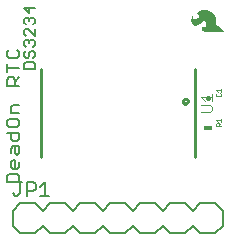
<source format=gbr>
G04 EAGLE Gerber RS-274X export*
G75*
%MOMM*%
%FSLAX34Y34*%
%LPD*%
%INSilkscreen Top*%
%IPPOS*%
%AMOC8*
5,1,8,0,0,1.08239X$1,22.5*%
G01*
%ADD10C,0.203200*%
%ADD11C,0.152400*%
%ADD12R,0.711200X0.406400*%
%ADD13C,0.025400*%
%ADD14C,0.406400*%
%ADD15C,0.254000*%
%ADD16C,0.076200*%
%ADD17C,0.127000*%

G36*
X191750Y170057D02*
X191750Y170057D01*
X191754Y170055D01*
X191794Y170076D01*
X191836Y170093D01*
X191838Y170098D01*
X191842Y170100D01*
X191855Y170143D01*
X191871Y170185D01*
X191869Y170190D01*
X191871Y170194D01*
X191835Y170264D01*
X191830Y170274D01*
X191829Y170275D01*
X186347Y175147D01*
X185565Y176001D01*
X184976Y176991D01*
X184849Y177342D01*
X184784Y177710D01*
X184784Y179985D01*
X184782Y179990D01*
X184784Y179996D01*
X184660Y181360D01*
X184654Y181370D01*
X184656Y181382D01*
X184288Y182701D01*
X184280Y182709D01*
X184279Y182722D01*
X183679Y183952D01*
X183672Y183959D01*
X183669Y183970D01*
X182852Y185127D01*
X182844Y185132D01*
X182841Y185141D01*
X181869Y186172D01*
X181861Y186176D01*
X181858Y186182D01*
X181857Y186183D01*
X181856Y186184D01*
X180749Y187069D01*
X180739Y187071D01*
X180732Y187080D01*
X179051Y188027D01*
X179040Y188028D01*
X179030Y188036D01*
X177206Y188664D01*
X177195Y188663D01*
X177184Y188670D01*
X175277Y188958D01*
X175266Y188955D01*
X175254Y188960D01*
X173326Y188899D01*
X173317Y188895D01*
X173305Y188897D01*
X172266Y188690D01*
X172258Y188685D01*
X172248Y188685D01*
X171250Y188327D01*
X171243Y188321D01*
X171232Y188320D01*
X170298Y187818D01*
X170291Y187809D01*
X170279Y187806D01*
X169142Y186899D01*
X169136Y186888D01*
X169123Y186881D01*
X168202Y185755D01*
X168190Y185712D01*
X168174Y185671D01*
X168176Y185666D01*
X168175Y185660D01*
X168197Y185622D01*
X168215Y185582D01*
X168221Y185579D01*
X168223Y185575D01*
X168252Y185567D01*
X168300Y185549D01*
X169180Y185549D01*
X169301Y185533D01*
X169403Y185489D01*
X169743Y185215D01*
X169991Y184854D01*
X170056Y184680D01*
X170114Y184142D01*
X170016Y183612D01*
X169767Y183124D01*
X169116Y182222D01*
X168762Y181810D01*
X168352Y181459D01*
X167894Y181176D01*
X167400Y180970D01*
X167100Y180911D01*
X166797Y180923D01*
X166278Y181080D01*
X165818Y181366D01*
X165448Y181761D01*
X165193Y182242D01*
X165055Y182732D01*
X164997Y183243D01*
X164997Y183846D01*
X164997Y183847D01*
X164988Y183869D01*
X164959Y183937D01*
X164867Y183972D01*
X164857Y183968D01*
X164782Y183934D01*
X164779Y183932D01*
X164778Y183931D01*
X164777Y183930D01*
X164757Y183909D01*
X164755Y183905D01*
X164752Y183904D01*
X164751Y183900D01*
X164746Y183898D01*
X164408Y183463D01*
X164404Y183448D01*
X164392Y183436D01*
X164171Y182932D01*
X164171Y182931D01*
X164019Y182575D01*
X163918Y182347D01*
X163918Y182337D01*
X163911Y182327D01*
X163691Y181449D01*
X163693Y181440D01*
X163688Y181430D01*
X163602Y180530D01*
X163606Y180520D01*
X163602Y180508D01*
X163668Y179640D01*
X163674Y179629D01*
X163673Y179616D01*
X163904Y178776D01*
X163912Y178766D01*
X163913Y178753D01*
X164301Y177973D01*
X164309Y177966D01*
X164312Y177955D01*
X164872Y177178D01*
X164879Y177174D01*
X164883Y177165D01*
X165541Y176469D01*
X165552Y176464D01*
X165560Y176453D01*
X166163Y176022D01*
X166178Y176019D01*
X166191Y176007D01*
X166883Y175740D01*
X166899Y175740D01*
X166914Y175732D01*
X167651Y175645D01*
X167666Y175650D01*
X167683Y175646D01*
X168418Y175745D01*
X168431Y175753D01*
X168448Y175753D01*
X169136Y176033D01*
X169145Y176042D01*
X169159Y176045D01*
X170917Y177232D01*
X170923Y177240D01*
X170933Y177244D01*
X172474Y178697D01*
X172909Y179067D01*
X173412Y179307D01*
X173960Y179409D01*
X174516Y179366D01*
X175041Y179180D01*
X175501Y178865D01*
X175866Y178440D01*
X176159Y177897D01*
X176357Y177311D01*
X176454Y176701D01*
X176419Y175990D01*
X176212Y175312D01*
X175847Y174706D01*
X175519Y174393D01*
X175115Y174187D01*
X174699Y174094D01*
X174271Y174094D01*
X173856Y174187D01*
X173718Y174259D01*
X173604Y174377D01*
X173005Y175201D01*
X172934Y175334D01*
X172906Y175472D01*
X172922Y175630D01*
X172908Y175673D01*
X172897Y175718D01*
X172893Y175720D01*
X172892Y175724D01*
X172851Y175744D01*
X172812Y175767D01*
X172808Y175766D01*
X172804Y175768D01*
X172761Y175753D01*
X172717Y175740D01*
X172715Y175737D01*
X172711Y175736D01*
X172692Y175698D01*
X172671Y175662D01*
X172595Y175179D01*
X172597Y175174D01*
X172594Y175169D01*
X172521Y174229D01*
X172523Y174223D01*
X172521Y174217D01*
X172522Y174214D01*
X172521Y174209D01*
X172594Y173269D01*
X172599Y173259D01*
X172598Y173247D01*
X172782Y172548D01*
X172790Y172538D01*
X172791Y172524D01*
X173112Y171876D01*
X173121Y171868D01*
X173125Y171854D01*
X173570Y171284D01*
X173581Y171278D01*
X173587Y171266D01*
X174137Y170796D01*
X174149Y170792D01*
X174158Y170781D01*
X174890Y170380D01*
X174903Y170379D01*
X174914Y170370D01*
X175713Y170130D01*
X175726Y170131D01*
X175739Y170125D01*
X176570Y170055D01*
X176576Y170057D01*
X176581Y170055D01*
X191745Y170055D01*
X191750Y170057D01*
G37*
D10*
X7357Y42826D02*
X18034Y42826D01*
X18034Y48165D01*
X16255Y49944D01*
X9136Y49944D01*
X7357Y48165D01*
X7357Y42826D01*
X18034Y56300D02*
X18034Y59859D01*
X18034Y56300D02*
X16255Y54520D01*
X12695Y54520D01*
X10916Y56300D01*
X10916Y59859D01*
X12695Y61638D01*
X14475Y61638D01*
X14475Y54520D01*
X10916Y67994D02*
X10916Y71553D01*
X12695Y73332D01*
X18034Y73332D01*
X18034Y67994D01*
X16255Y66214D01*
X14475Y67994D01*
X14475Y73332D01*
X18034Y85026D02*
X7357Y85026D01*
X18034Y85026D02*
X18034Y79687D01*
X16255Y77908D01*
X12695Y77908D01*
X10916Y79687D01*
X10916Y85026D01*
X7357Y91381D02*
X7357Y94941D01*
X7357Y91381D02*
X9136Y89602D01*
X16255Y89602D01*
X18034Y91381D01*
X18034Y94941D01*
X16255Y96720D01*
X9136Y96720D01*
X7357Y94941D01*
X10916Y101296D02*
X18034Y101296D01*
X10916Y101296D02*
X10916Y106634D01*
X12695Y108414D01*
X18034Y108414D01*
X18034Y124684D02*
X7357Y124684D01*
X7357Y130022D01*
X9136Y131802D01*
X12695Y131802D01*
X14475Y130022D01*
X14475Y124684D01*
X14475Y128243D02*
X18034Y131802D01*
X18034Y139937D02*
X7357Y139937D01*
X7357Y136378D02*
X7357Y143496D01*
X7357Y153410D02*
X9136Y155190D01*
X7357Y153410D02*
X7357Y149851D01*
X9136Y148072D01*
X16255Y148072D01*
X18034Y149851D01*
X18034Y153410D01*
X16255Y155190D01*
D11*
X22345Y139192D02*
X30988Y139192D01*
X30988Y143514D01*
X29547Y144954D01*
X23785Y144954D01*
X22345Y143514D01*
X22345Y139192D01*
X22345Y152869D02*
X23785Y154309D01*
X22345Y152869D02*
X22345Y149988D01*
X23785Y148547D01*
X25226Y148547D01*
X26666Y149988D01*
X26666Y152869D01*
X28107Y154309D01*
X29547Y154309D01*
X30988Y152869D01*
X30988Y149988D01*
X29547Y148547D01*
X23785Y157902D02*
X22345Y159343D01*
X22345Y162224D01*
X23785Y163665D01*
X25226Y163665D01*
X26666Y162224D01*
X26666Y160784D01*
X26666Y162224D02*
X28107Y163665D01*
X29547Y163665D01*
X30988Y162224D01*
X30988Y159343D01*
X29547Y157902D01*
X30988Y167258D02*
X30988Y173020D01*
X30988Y167258D02*
X25226Y173020D01*
X23785Y173020D01*
X22345Y171579D01*
X22345Y168698D01*
X23785Y167258D01*
X23785Y176613D02*
X22345Y178053D01*
X22345Y180934D01*
X23785Y182375D01*
X25226Y182375D01*
X26666Y180934D01*
X26666Y179494D01*
X26666Y180934D02*
X28107Y182375D01*
X29547Y182375D01*
X30988Y180934D01*
X30988Y178053D01*
X29547Y176613D01*
X30988Y190290D02*
X22345Y190290D01*
X26666Y185968D01*
X26666Y191730D01*
D12*
X177800Y88900D03*
D13*
X184909Y90433D02*
X188722Y90433D01*
X184909Y90433D02*
X184909Y92339D01*
X185544Y92975D01*
X186815Y92975D01*
X187451Y92339D01*
X187451Y90433D01*
X187451Y91704D02*
X188722Y92975D01*
X186180Y94175D02*
X184909Y95446D01*
X188722Y95446D01*
X188722Y94175D02*
X188722Y96717D01*
D14*
X178105Y114300D02*
X177495Y114300D01*
D13*
X184909Y117739D02*
X185544Y118375D01*
X184909Y117739D02*
X184909Y116468D01*
X185544Y115833D01*
X188086Y115833D01*
X188722Y116468D01*
X188722Y117739D01*
X188086Y118375D01*
X186180Y119575D02*
X184909Y120846D01*
X188722Y120846D01*
X188722Y119575D02*
X188722Y122117D01*
D15*
X36600Y139100D02*
X36600Y64100D01*
X166600Y64100D02*
X166600Y139100D01*
X156600Y111600D02*
X156602Y111689D01*
X156608Y111778D01*
X156618Y111867D01*
X156632Y111955D01*
X156649Y112042D01*
X156671Y112128D01*
X156697Y112214D01*
X156726Y112298D01*
X156759Y112381D01*
X156795Y112462D01*
X156836Y112542D01*
X156879Y112619D01*
X156926Y112695D01*
X156977Y112768D01*
X157030Y112839D01*
X157087Y112908D01*
X157147Y112974D01*
X157210Y113038D01*
X157275Y113098D01*
X157343Y113156D01*
X157414Y113210D01*
X157487Y113261D01*
X157562Y113309D01*
X157639Y113354D01*
X157718Y113395D01*
X157799Y113432D01*
X157881Y113466D01*
X157965Y113497D01*
X158050Y113523D01*
X158136Y113546D01*
X158223Y113564D01*
X158311Y113579D01*
X158400Y113590D01*
X158489Y113597D01*
X158578Y113600D01*
X158667Y113599D01*
X158756Y113594D01*
X158844Y113585D01*
X158933Y113572D01*
X159020Y113555D01*
X159107Y113535D01*
X159193Y113510D01*
X159277Y113482D01*
X159360Y113450D01*
X159442Y113414D01*
X159522Y113375D01*
X159600Y113332D01*
X159676Y113286D01*
X159750Y113236D01*
X159822Y113183D01*
X159891Y113127D01*
X159958Y113068D01*
X160022Y113006D01*
X160083Y112942D01*
X160142Y112874D01*
X160197Y112804D01*
X160249Y112732D01*
X160298Y112657D01*
X160343Y112581D01*
X160385Y112502D01*
X160423Y112422D01*
X160458Y112340D01*
X160489Y112256D01*
X160517Y112171D01*
X160540Y112085D01*
X160560Y111998D01*
X160576Y111911D01*
X160588Y111822D01*
X160596Y111734D01*
X160600Y111645D01*
X160600Y111555D01*
X160596Y111466D01*
X160588Y111378D01*
X160576Y111289D01*
X160560Y111202D01*
X160540Y111115D01*
X160517Y111029D01*
X160489Y110944D01*
X160458Y110860D01*
X160423Y110778D01*
X160385Y110698D01*
X160343Y110619D01*
X160298Y110543D01*
X160249Y110468D01*
X160197Y110396D01*
X160142Y110326D01*
X160083Y110258D01*
X160022Y110194D01*
X159958Y110132D01*
X159891Y110073D01*
X159822Y110017D01*
X159750Y109964D01*
X159676Y109914D01*
X159600Y109868D01*
X159522Y109825D01*
X159442Y109786D01*
X159360Y109750D01*
X159277Y109718D01*
X159193Y109690D01*
X159107Y109665D01*
X159020Y109645D01*
X158933Y109628D01*
X158844Y109615D01*
X158756Y109606D01*
X158667Y109601D01*
X158578Y109600D01*
X158489Y109603D01*
X158400Y109610D01*
X158311Y109621D01*
X158223Y109636D01*
X158136Y109654D01*
X158050Y109677D01*
X157965Y109703D01*
X157881Y109734D01*
X157799Y109768D01*
X157718Y109805D01*
X157639Y109846D01*
X157562Y109891D01*
X157487Y109939D01*
X157414Y109990D01*
X157343Y110044D01*
X157275Y110102D01*
X157210Y110162D01*
X157147Y110226D01*
X157087Y110292D01*
X157030Y110361D01*
X156977Y110432D01*
X156926Y110505D01*
X156879Y110581D01*
X156836Y110658D01*
X156795Y110738D01*
X156759Y110819D01*
X156726Y110902D01*
X156697Y110986D01*
X156671Y111072D01*
X156649Y111158D01*
X156632Y111245D01*
X156618Y111333D01*
X156608Y111422D01*
X156602Y111511D01*
X156600Y111600D01*
D16*
X171823Y102321D02*
X179661Y102321D01*
X181229Y103888D01*
X181229Y107024D01*
X179661Y108591D01*
X171823Y108591D01*
X174958Y111676D02*
X171823Y114811D01*
X181229Y114811D01*
X181229Y111676D02*
X181229Y117947D01*
D10*
X184150Y25400D02*
X171450Y25400D01*
X184150Y25400D02*
X190500Y19050D01*
X190500Y6350D02*
X184150Y0D01*
X146050Y25400D02*
X139700Y19050D01*
X146050Y25400D02*
X158750Y25400D01*
X165100Y19050D01*
X165100Y6350D02*
X158750Y0D01*
X146050Y0D01*
X139700Y6350D01*
X165100Y19050D02*
X171450Y25400D01*
X165100Y6350D02*
X171450Y0D01*
X184150Y0D01*
X107950Y25400D02*
X95250Y25400D01*
X107950Y25400D02*
X114300Y19050D01*
X114300Y6350D02*
X107950Y0D01*
X114300Y19050D02*
X120650Y25400D01*
X133350Y25400D01*
X139700Y19050D01*
X139700Y6350D02*
X133350Y0D01*
X120650Y0D01*
X114300Y6350D01*
X69850Y25400D02*
X63500Y19050D01*
X69850Y25400D02*
X82550Y25400D01*
X88900Y19050D01*
X88900Y6350D02*
X82550Y0D01*
X69850Y0D01*
X63500Y6350D01*
X88900Y19050D02*
X95250Y25400D01*
X88900Y6350D02*
X95250Y0D01*
X107950Y0D01*
X31750Y25400D02*
X19050Y25400D01*
X31750Y25400D02*
X38100Y19050D01*
X38100Y6350D02*
X31750Y0D01*
X38100Y19050D02*
X44450Y25400D01*
X57150Y25400D01*
X63500Y19050D01*
X63500Y6350D02*
X57150Y0D01*
X44450Y0D01*
X38100Y6350D01*
X12700Y6350D02*
X12700Y19050D01*
X19050Y25400D01*
X12700Y6350D02*
X19050Y0D01*
X31750Y0D01*
X190500Y6350D02*
X190500Y19050D01*
D17*
X14480Y31623D02*
X12573Y33530D01*
X14480Y31623D02*
X16386Y31623D01*
X18293Y33530D01*
X18293Y43063D01*
X16386Y43063D02*
X20200Y43063D01*
X24267Y43063D02*
X24267Y31623D01*
X24267Y43063D02*
X29987Y43063D01*
X31893Y41156D01*
X31893Y37343D01*
X29987Y35436D01*
X24267Y35436D01*
X35961Y39250D02*
X39774Y43063D01*
X39774Y31623D01*
X35961Y31623D02*
X43587Y31623D01*
M02*

</source>
